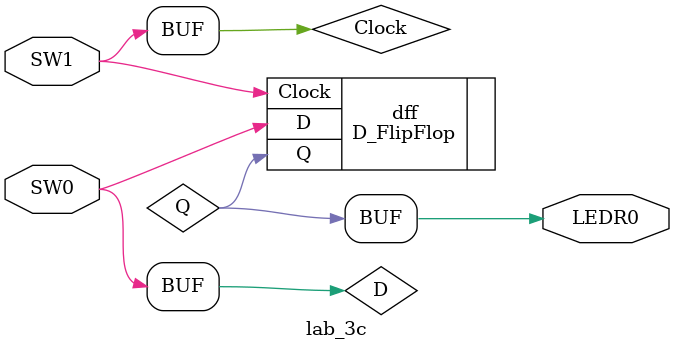
<source format=v>
module lab_3c (
    input wire SW0, 
    input wire SW1, 
    output wire LEDR0
);

    // Connecting switches and LED to internal signals
    assign D = SW0;
    assign Clock = SW1;
    assign LEDR0 = Q;

    // D Flip Flop instance
    D_FlipFlop dff (.D(D), .Clock(Clock), .Q(Q));
    
endmodule



</source>
